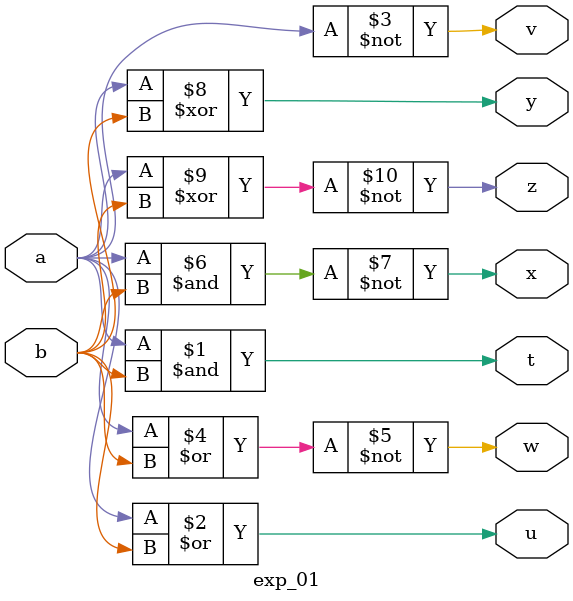
<source format=v>
module exp_01 (
    input a,
    input b,
    output t,u,v,w,x,y,z
);

assign t = a & b;
assign u = a | b;
assign v = ~a ;
assign w = ~(a | b);
assign x = ~(a & b);
assign y = a ^ b;
assign z = ~(a ^ b);

endmodule
</source>
